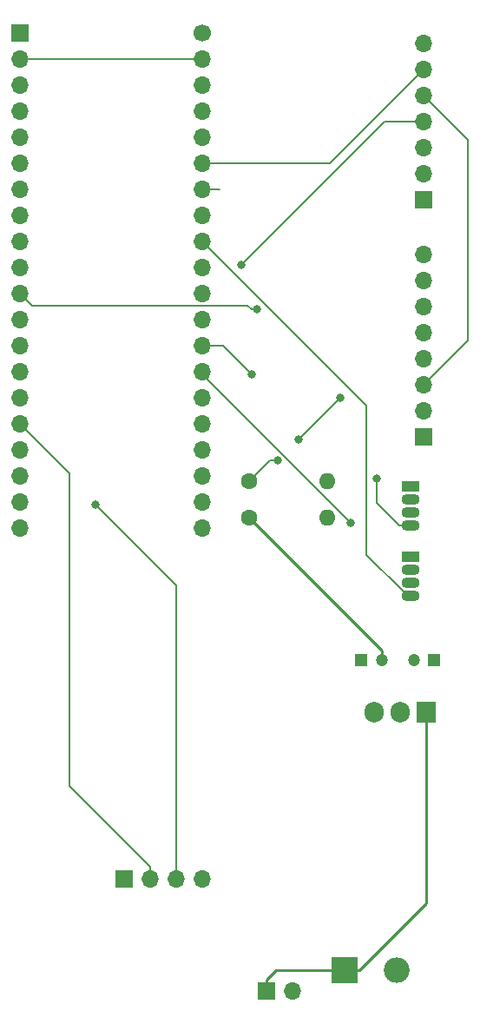
<source format=gbl>
G04 #@! TF.GenerationSoftware,KiCad,Pcbnew,(5.1.5)-3*
G04 #@! TF.CreationDate,2020-03-24T20:47:17-05:00*
G04 #@! TF.ProjectId,PMT_PCB,504d545f-5043-4422-9e6b-696361645f70,rev?*
G04 #@! TF.SameCoordinates,Original*
G04 #@! TF.FileFunction,Copper,L2,Bot*
G04 #@! TF.FilePolarity,Positive*
%FSLAX46Y46*%
G04 Gerber Fmt 4.6, Leading zero omitted, Abs format (unit mm)*
G04 Created by KiCad (PCBNEW (5.1.5)-3) date 2020-03-24 20:47:17*
%MOMM*%
%LPD*%
G04 APERTURE LIST*
%ADD10R,1.700000X1.700000*%
%ADD11O,1.700000X1.700000*%
%ADD12R,1.200000X1.200000*%
%ADD13C,1.200000*%
%ADD14O,1.600000X1.600000*%
%ADD15C,1.600000*%
%ADD16O,1.800000X1.070000*%
%ADD17R,1.800000X1.070000*%
%ADD18O,2.500000X2.500000*%
%ADD19R,2.500000X2.500000*%
%ADD20R,1.905000X2.000000*%
%ADD21O,1.905000X2.000000*%
%ADD22C,1.700000*%
%ADD23C,0.800000*%
%ADD24C,0.250000*%
%ADD25C,0.200000*%
G04 APERTURE END LIST*
D10*
X139192000Y-129413000D03*
D11*
X141732000Y-129413000D03*
X144272000Y-129413000D03*
X146812000Y-129413000D03*
D10*
X168402000Y-63246000D03*
D11*
X168402000Y-60706000D03*
X168402000Y-58166000D03*
X168402000Y-55626000D03*
X168402000Y-53086000D03*
X168402000Y-50546000D03*
X168402000Y-48006000D03*
D12*
X162306000Y-108077000D03*
D13*
X164306000Y-108077000D03*
D14*
X159004000Y-94234000D03*
D15*
X151384000Y-94234000D03*
D14*
X159004000Y-90678000D03*
D15*
X151384000Y-90678000D03*
D16*
X167132000Y-101854000D03*
X167132000Y-100584000D03*
X167132000Y-99314000D03*
D17*
X167132000Y-98044000D03*
D16*
X167132000Y-94996000D03*
X167132000Y-93726000D03*
X167132000Y-92456000D03*
D17*
X167132000Y-91186000D03*
D18*
X165735000Y-138303000D03*
D19*
X160655000Y-138303000D03*
D11*
X155575000Y-140335000D03*
D10*
X153035000Y-140335000D03*
D20*
X168656000Y-113157000D03*
D21*
X166116000Y-113157000D03*
X163576000Y-113157000D03*
D11*
X168402000Y-68580000D03*
X168402000Y-71120000D03*
X168402000Y-73660000D03*
X168402000Y-76200000D03*
X168402000Y-78740000D03*
X168402000Y-81280000D03*
X168402000Y-83820000D03*
D10*
X168402000Y-86360000D03*
D22*
X146812000Y-46990000D03*
D11*
X146812000Y-69850000D03*
X146812000Y-72390000D03*
X146812000Y-74930000D03*
X146812000Y-57150000D03*
X146812000Y-49530000D03*
X146812000Y-64770000D03*
X146812000Y-67310000D03*
X146812000Y-82550000D03*
X146812000Y-92710000D03*
X146812000Y-54610000D03*
X146812000Y-52070000D03*
X146812000Y-85090000D03*
X146812000Y-95250000D03*
X146812000Y-90170000D03*
X146812000Y-77470000D03*
X146812000Y-59690000D03*
X146812000Y-80010000D03*
X146812000Y-62230000D03*
X146812000Y-87630000D03*
D10*
X129032000Y-46990000D03*
D11*
X129032000Y-69850000D03*
X129032000Y-72390000D03*
X129032000Y-74930000D03*
X129032000Y-57150000D03*
X129032000Y-49530000D03*
X129032000Y-64770000D03*
X129032000Y-67310000D03*
X129032000Y-82550000D03*
X129032000Y-92710000D03*
X129032000Y-54610000D03*
X129032000Y-52070000D03*
X129032000Y-85090000D03*
X129032000Y-95250000D03*
X129032000Y-90170000D03*
X129032000Y-77470000D03*
X129032000Y-59690000D03*
X129032000Y-80010000D03*
X129032000Y-62230000D03*
X129032000Y-87630000D03*
D13*
X167418000Y-108077000D03*
D12*
X169418000Y-108077000D03*
D23*
X154178000Y-88646000D03*
X156210000Y-86614000D03*
X160274000Y-82550000D03*
X152146000Y-73914000D03*
X150622000Y-69596000D03*
X136398000Y-92964000D03*
X163830000Y-90424000D03*
X151638000Y-80264000D03*
X161290000Y-94742000D03*
D24*
X151384000Y-94234000D02*
X164306000Y-107156000D01*
X164306000Y-107156000D02*
X164306000Y-108077000D01*
D25*
X151384000Y-90678000D02*
X153416000Y-88646000D01*
X153416000Y-88646000D02*
X154178000Y-88646000D01*
X156210000Y-86614000D02*
X160274000Y-82550000D01*
X168402000Y-81280000D02*
X172720000Y-76962000D01*
X172720000Y-57404000D02*
X168402000Y-53086000D01*
X172720000Y-76962000D02*
X172720000Y-57404000D01*
X146812000Y-49530000D02*
X129032000Y-49530000D01*
D24*
X169418000Y-112395000D02*
X168656000Y-113157000D01*
X162155000Y-138303000D02*
X160655000Y-138303000D01*
X168656000Y-131802000D02*
X162155000Y-138303000D01*
X168656000Y-113157000D02*
X168656000Y-131802000D01*
X153035000Y-139235000D02*
X153035000Y-140335000D01*
X153967000Y-138303000D02*
X153035000Y-139235000D01*
X160655000Y-138303000D02*
X153967000Y-138303000D01*
D25*
X130182001Y-73540001D02*
X129881999Y-73239999D01*
X129881999Y-73239999D02*
X129032000Y-72390000D01*
X151206316Y-73540001D02*
X130182001Y-73540001D01*
X151580315Y-73914000D02*
X151206316Y-73540001D01*
X152146000Y-73914000D02*
X151580315Y-73914000D01*
X168402000Y-55626000D02*
X164592000Y-55626000D01*
X164592000Y-55626000D02*
X150622000Y-69596000D01*
X159258000Y-59690000D02*
X146812000Y-59690000D01*
X168402000Y-50546000D02*
X159258000Y-59690000D01*
X147320000Y-62230000D02*
X148522081Y-62230000D01*
X141732000Y-128210919D02*
X133858000Y-120336919D01*
X141732000Y-129413000D02*
X141732000Y-128210919D01*
X133858000Y-89916000D02*
X129032000Y-85090000D01*
X133858000Y-120336919D02*
X133858000Y-89916000D01*
X144272000Y-129413000D02*
X144272000Y-100838000D01*
X144272000Y-100838000D02*
X136398000Y-92964000D01*
X163830000Y-92794000D02*
X163830000Y-90424000D01*
X167132000Y-94996000D02*
X166032000Y-94996000D01*
X166032000Y-94996000D02*
X163830000Y-92794000D01*
X148844000Y-77470000D02*
X146812000Y-77470000D01*
X151638000Y-80264000D02*
X148844000Y-77470000D01*
X166421128Y-101419010D02*
X162814000Y-97811882D01*
X166951010Y-101419010D02*
X166421128Y-101419010D01*
X167132000Y-101854000D02*
X167132000Y-101600000D01*
X167132000Y-101600000D02*
X166951010Y-101419010D01*
X162814000Y-83312000D02*
X146812000Y-67310000D01*
X162814000Y-97811882D02*
X162814000Y-83312000D01*
X146812000Y-80264000D02*
X146812000Y-80010000D01*
X161290000Y-94742000D02*
X146812000Y-80264000D01*
M02*

</source>
